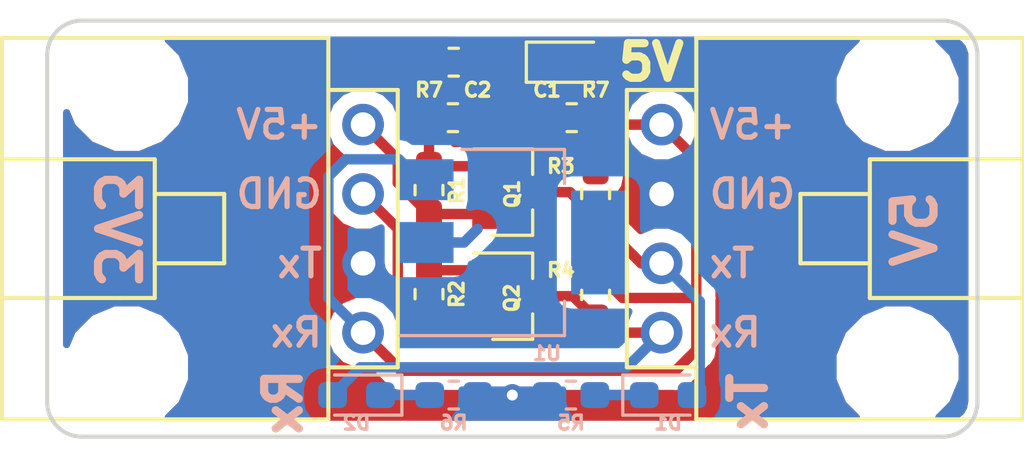
<source format=kicad_pcb>
(kicad_pcb (version 20171130) (host pcbnew "(5.0.2)-1")

  (general
    (thickness 1.6)
    (drawings 21)
    (tracks 55)
    (zones 0)
    (modules 17)
    (nets 11)
  )

  (page A4)
  (layers
    (0 F.Cu signal)
    (31 B.Cu signal)
    (32 B.Adhes user)
    (33 F.Adhes user)
    (34 B.Paste user)
    (35 F.Paste user)
    (36 B.SilkS user)
    (37 F.SilkS user)
    (38 B.Mask user)
    (39 F.Mask user)
    (40 Dwgs.User user)
    (41 Cmts.User user)
    (42 Eco1.User user)
    (43 Eco2.User user)
    (44 Edge.Cuts user)
    (45 Margin user)
    (46 B.CrtYd user)
    (47 F.CrtYd user)
    (48 B.Fab user)
    (49 F.Fab user)
  )

  (setup
    (last_trace_width 0.381)
    (user_trace_width 0.381)
    (trace_clearance 0.2)
    (zone_clearance 0.508)
    (zone_45_only no)
    (trace_min 0.2)
    (segment_width 0.2)
    (edge_width 0.15)
    (via_size 0.8)
    (via_drill 0.4)
    (via_min_size 0.4)
    (via_min_drill 0.3)
    (uvia_size 0.3)
    (uvia_drill 0.1)
    (uvias_allowed no)
    (uvia_min_size 0.2)
    (uvia_min_drill 0.1)
    (pcb_text_width 0.3)
    (pcb_text_size 1.5 1.5)
    (mod_edge_width 0.15)
    (mod_text_size 1 1)
    (mod_text_width 0.15)
    (pad_size 1.524 1.524)
    (pad_drill 0.762)
    (pad_to_mask_clearance 0.051)
    (solder_mask_min_width 0.25)
    (aux_axis_origin 0 0)
    (visible_elements FFFFFFFF)
    (pcbplotparams
      (layerselection 0x010fc_ffffffff)
      (usegerberextensions false)
      (usegerberattributes false)
      (usegerberadvancedattributes false)
      (creategerberjobfile false)
      (excludeedgelayer true)
      (linewidth 0.100000)
      (plotframeref false)
      (viasonmask false)
      (mode 1)
      (useauxorigin false)
      (hpglpennumber 1)
      (hpglpenspeed 20)
      (hpglpendiameter 15.000000)
      (psnegative false)
      (psa4output false)
      (plotreference true)
      (plotvalue true)
      (plotinvisibletext false)
      (padsonsilk false)
      (subtractmaskfromsilk false)
      (outputformat 1)
      (mirror false)
      (drillshape 1)
      (scaleselection 1)
      (outputdirectory ""))
  )

  (net 0 "")
  (net 1 +5V)
  (net 2 +3V3)
  (net 3 3V3_Rx)
  (net 4 3V3_Tx)
  (net 5 GND)
  (net 6 5V_Tx)
  (net 7 5V_Rx)
  (net 8 "Net-(D1-Pad1)")
  (net 9 "Net-(D2-Pad1)")
  (net 10 "Net-(D3-Pad1)")

  (net_class Default "This is the default net class."
    (clearance 0.2)
    (trace_width 0.25)
    (via_dia 0.8)
    (via_drill 0.4)
    (uvia_dia 0.3)
    (uvia_drill 0.1)
    (add_net +3V3)
    (add_net +5V)
    (add_net 3V3_Rx)
    (add_net 3V3_Tx)
    (add_net 5V_Rx)
    (add_net 5V_Tx)
    (add_net GND)
    (add_net "Net-(D1-Pad1)")
    (add_net "Net-(D2-Pad1)")
    (add_net "Net-(D3-Pad1)")
  )

  (module MRDT_Connectors:MOLEX_SL_04_Horizontal (layer F.Cu) (tedit 5DD88DC8) (tstamp 5DE5822B)
    (at 110.617 66.04 90)
    (path /5DD74829)
    (fp_text reference Conn1 (at 1.27 2.54 90) (layer F.SilkS) hide
      (effects (font (size 1 1) (thickness 0.15)))
    )
    (fp_text value Molex_SL_04 (at 3.175 2.032 90) (layer F.Fab)
      (effects (font (size 1 1) (thickness 0.15)))
    )
    (fp_line (start -1.27 1.27) (end -1.27 -1.27) (layer F.SilkS) (width 0.15))
    (fp_line (start 8.89 -1.27) (end 8.89 1.27) (layer F.SilkS) (width 0.15))
    (fp_line (start -1.27 -1.27) (end 10.795 -1.27) (layer F.SilkS) (width 0.15))
    (fp_line (start 2.54 -7.62) (end 2.54 -5.08) (layer F.SilkS) (width 0.15))
    (fp_line (start 1.27 -8.89) (end 1.27 -12.7) (layer F.SilkS) (width 0.15))
    (fp_line (start 1.27 -8.89) (end 1.27 -7.62) (layer F.SilkS) (width 0.15))
    (fp_line (start -1.27 -1.27) (end -3.175 -1.27) (layer F.SilkS) (width 0.15))
    (fp_line (start -3.175 -1.27) (end -3.175 -13.208) (layer F.SilkS) (width 0.15))
    (fp_line (start 1.27 -13.208) (end 1.27 -12.7) (layer F.SilkS) (width 0.15))
    (fp_line (start 8.89 1.27) (end -1.27 1.27) (layer F.SilkS) (width 0.15))
    (fp_line (start 10.795 -1.27) (end 10.795 -13.208) (layer F.SilkS) (width 0.15))
    (fp_line (start 6.35 -13.208) (end 6.35 -7.62) (layer F.SilkS) (width 0.15))
    (fp_line (start 5.08 -5.08) (end 2.54 -5.08) (layer F.SilkS) (width 0.15))
    (fp_line (start 5.08 -7.62) (end 5.08 -5.08) (layer F.SilkS) (width 0.15))
    (fp_line (start 1.27 -7.62) (end 6.35 -7.62) (layer F.SilkS) (width 0.15))
    (fp_line (start -3.175 -13.208) (end 10.795 -13.208) (layer F.SilkS) (width 0.15))
    (pad "" np_thru_hole circle (at 8.89 -8.636 90) (size 3.45 3.45) (drill 3.45) (layers *.Cu *.Mask))
    (pad "" np_thru_hole circle (at -1.27 -8.636 90) (size 3.45 3.45) (drill 3.45) (layers *.Cu *.Mask))
    (pad 4 thru_hole circle (at 7.62 0 90) (size 1.524 1.524) (drill 0.9) (layers *.Cu *.Mask)
      (net 3 3V3_Rx))
    (pad 3 thru_hole circle (at 5.08 0 90) (size 1.524 1.524) (drill 0.9) (layers *.Cu *.Mask)
      (net 4 3V3_Tx))
    (pad 2 thru_hole circle (at 2.54 0 90) (size 1.524 1.524) (drill 0.9) (layers *.Cu *.Mask)
      (net 5 GND))
    (pad 1 thru_hole circle (at 0 0 90) (size 1.524 1.524) (drill 0.9) (layers *.Cu *.Mask)
      (net 1 +5V))
    (model "${MRDT_KICAD_LIBRARIES}/3D Files/MRDT_Connctors/Molex_SL_04_Horizontal.stp"
      (offset (xyz 10.15999984741211 12.95399980545044 0))
      (scale (xyz 1 1 1))
      (rotate (xyz 0 0 180))
    )
  )

  (module MRDT_Connectors:MOLEX_SL_04_Horizontal (layer F.Cu) (tedit 5DD88DC8) (tstamp 5DE58245)
    (at 121.539 58.42 270)
    (path /5DD746F9)
    (fp_text reference Conn2 (at 1.27 2.54 270) (layer F.SilkS) hide
      (effects (font (size 1 1) (thickness 0.15)))
    )
    (fp_text value Molex_SL_04 (at 3.175 2.032 270) (layer F.Fab)
      (effects (font (size 1 1) (thickness 0.15)))
    )
    (fp_line (start -1.27 1.27) (end -1.27 -1.27) (layer F.SilkS) (width 0.15))
    (fp_line (start 8.89 -1.27) (end 8.89 1.27) (layer F.SilkS) (width 0.15))
    (fp_line (start -1.27 -1.27) (end 10.795 -1.27) (layer F.SilkS) (width 0.15))
    (fp_line (start 2.54 -7.62) (end 2.54 -5.08) (layer F.SilkS) (width 0.15))
    (fp_line (start 1.27 -8.89) (end 1.27 -12.7) (layer F.SilkS) (width 0.15))
    (fp_line (start 1.27 -8.89) (end 1.27 -7.62) (layer F.SilkS) (width 0.15))
    (fp_line (start -1.27 -1.27) (end -3.175 -1.27) (layer F.SilkS) (width 0.15))
    (fp_line (start -3.175 -1.27) (end -3.175 -13.208) (layer F.SilkS) (width 0.15))
    (fp_line (start 1.27 -13.208) (end 1.27 -12.7) (layer F.SilkS) (width 0.15))
    (fp_line (start 8.89 1.27) (end -1.27 1.27) (layer F.SilkS) (width 0.15))
    (fp_line (start 10.795 -1.27) (end 10.795 -13.208) (layer F.SilkS) (width 0.15))
    (fp_line (start 6.35 -13.208) (end 6.35 -7.62) (layer F.SilkS) (width 0.15))
    (fp_line (start 5.08 -5.08) (end 2.54 -5.08) (layer F.SilkS) (width 0.15))
    (fp_line (start 5.08 -7.62) (end 5.08 -5.08) (layer F.SilkS) (width 0.15))
    (fp_line (start 1.27 -7.62) (end 6.35 -7.62) (layer F.SilkS) (width 0.15))
    (fp_line (start -3.175 -13.208) (end 10.795 -13.208) (layer F.SilkS) (width 0.15))
    (pad "" np_thru_hole circle (at 8.89 -8.636 270) (size 3.45 3.45) (drill 3.45) (layers *.Cu *.Mask))
    (pad "" np_thru_hole circle (at -1.27 -8.636 270) (size 3.45 3.45) (drill 3.45) (layers *.Cu *.Mask))
    (pad 4 thru_hole circle (at 7.62 0 270) (size 1.524 1.524) (drill 0.9) (layers *.Cu *.Mask)
      (net 7 5V_Rx))
    (pad 3 thru_hole circle (at 5.08 0 270) (size 1.524 1.524) (drill 0.9) (layers *.Cu *.Mask)
      (net 6 5V_Tx))
    (pad 2 thru_hole circle (at 2.54 0 270) (size 1.524 1.524) (drill 0.9) (layers *.Cu *.Mask)
      (net 5 GND))
    (pad 1 thru_hole circle (at 0 0 270) (size 1.524 1.524) (drill 0.9) (layers *.Cu *.Mask)
      (net 1 +5V))
    (model "${MRDT_KICAD_LIBRARIES}/3D Files/MRDT_Connctors/Molex_SL_04_Horizontal.stp"
      (offset (xyz 10.15999984741211 12.95399980545044 0))
      (scale (xyz 1 1 1))
      (rotate (xyz 0 0 180))
    )
  )

  (module Capacitor_SMD:C_0603_1608Metric_Pad1.05x0.95mm_HandSolder (layer F.Cu) (tedit 5DD88CD2) (tstamp 5DE5AC27)
    (at 113.905 58.166)
    (descr "Capacitor SMD 0603 (1608 Metric), square (rectangular) end terminal, IPC_7351 nominal with elongated pad for handsoldering. (Body size source: http://www.tortai-tech.com/upload/download/2011102023233369053.pdf), generated with kicad-footprint-generator")
    (tags "capacitor handsolder")
    (path /5DD763AB)
    (attr smd)
    (fp_text reference C2 (at 0.903 -1.016) (layer F.SilkS)
      (effects (font (size 0.508 0.508) (thickness 0.127)))
    )
    (fp_text value 10u (at 0 1.43) (layer F.Fab)
      (effects (font (size 1 1) (thickness 0.15)))
    )
    (fp_line (start -0.8 0.4) (end -0.8 -0.4) (layer F.Fab) (width 0.1))
    (fp_line (start -0.8 -0.4) (end 0.8 -0.4) (layer F.Fab) (width 0.1))
    (fp_line (start 0.8 -0.4) (end 0.8 0.4) (layer F.Fab) (width 0.1))
    (fp_line (start 0.8 0.4) (end -0.8 0.4) (layer F.Fab) (width 0.1))
    (fp_line (start -0.171267 -0.51) (end 0.171267 -0.51) (layer F.SilkS) (width 0.12))
    (fp_line (start -0.171267 0.51) (end 0.171267 0.51) (layer F.SilkS) (width 0.12))
    (fp_line (start -1.65 0.73) (end -1.65 -0.73) (layer F.CrtYd) (width 0.05))
    (fp_line (start -1.65 -0.73) (end 1.65 -0.73) (layer F.CrtYd) (width 0.05))
    (fp_line (start 1.65 -0.73) (end 1.65 0.73) (layer F.CrtYd) (width 0.05))
    (fp_line (start 1.65 0.73) (end -1.65 0.73) (layer F.CrtYd) (width 0.05))
    (fp_text user %R (at 0 0) (layer F.Fab)
      (effects (font (size 0.4 0.4) (thickness 0.06)))
    )
    (pad 1 smd roundrect (at -0.875 0) (size 1.05 0.95) (layers F.Cu F.Paste F.Mask) (roundrect_rratio 0.25)
      (net 2 +3V3))
    (pad 2 smd roundrect (at 0.875 0) (size 1.05 0.95) (layers F.Cu F.Paste F.Mask) (roundrect_rratio 0.25)
      (net 5 GND))
    (model ${KISYS3DMOD}/Capacitor_SMD.3dshapes/C_0603_1608Metric.wrl
      (at (xyz 0 0 0))
      (scale (xyz 1 1 1))
      (rotate (xyz 0 0 0))
    )
  )

  (module Capacitor_SMD:C_0603_1608Metric_Pad1.05x0.95mm_HandSolder (layer F.Cu) (tedit 5DD88CE3) (tstamp 5DE58B53)
    (at 118.251 58.166 180)
    (descr "Capacitor SMD 0603 (1608 Metric), square (rectangular) end terminal, IPC_7351 nominal with elongated pad for handsoldering. (Body size source: http://www.tortai-tech.com/upload/download/2011102023233369053.pdf), generated with kicad-footprint-generator")
    (tags "capacitor handsolder")
    (path /5DD76572)
    (attr smd)
    (fp_text reference C1 (at 0.903 1.016 180) (layer F.SilkS)
      (effects (font (size 0.508 0.508) (thickness 0.127)))
    )
    (fp_text value 10u (at 0 1.43 180) (layer F.Fab)
      (effects (font (size 1 1) (thickness 0.15)))
    )
    (fp_text user %R (at 0 0 180) (layer F.Fab)
      (effects (font (size 0.4 0.4) (thickness 0.06)))
    )
    (fp_line (start 1.65 0.73) (end -1.65 0.73) (layer F.CrtYd) (width 0.05))
    (fp_line (start 1.65 -0.73) (end 1.65 0.73) (layer F.CrtYd) (width 0.05))
    (fp_line (start -1.65 -0.73) (end 1.65 -0.73) (layer F.CrtYd) (width 0.05))
    (fp_line (start -1.65 0.73) (end -1.65 -0.73) (layer F.CrtYd) (width 0.05))
    (fp_line (start -0.171267 0.51) (end 0.171267 0.51) (layer F.SilkS) (width 0.12))
    (fp_line (start -0.171267 -0.51) (end 0.171267 -0.51) (layer F.SilkS) (width 0.12))
    (fp_line (start 0.8 0.4) (end -0.8 0.4) (layer F.Fab) (width 0.1))
    (fp_line (start 0.8 -0.4) (end 0.8 0.4) (layer F.Fab) (width 0.1))
    (fp_line (start -0.8 -0.4) (end 0.8 -0.4) (layer F.Fab) (width 0.1))
    (fp_line (start -0.8 0.4) (end -0.8 -0.4) (layer F.Fab) (width 0.1))
    (pad 2 smd roundrect (at 0.875 0 180) (size 1.05 0.95) (layers F.Cu F.Paste F.Mask) (roundrect_rratio 0.25)
      (net 5 GND))
    (pad 1 smd roundrect (at -0.875 0 180) (size 1.05 0.95) (layers F.Cu F.Paste F.Mask) (roundrect_rratio 0.25)
      (net 1 +5V))
    (model ${KISYS3DMOD}/Capacitor_SMD.3dshapes/C_0603_1608Metric.wrl
      (at (xyz 0 0 0))
      (scale (xyz 1 1 1))
      (rotate (xyz 0 0 0))
    )
  )

  (module Package_TO_SOT_SMD:SOT-23 (layer F.Cu) (tedit 5DD88C72) (tstamp 5DE5825A)
    (at 116.062 60.894)
    (descr "SOT-23, Standard")
    (tags SOT-23)
    (path /5DD75BF6)
    (attr smd)
    (fp_text reference Q1 (at 0.016 0.066 90) (layer F.SilkS)
      (effects (font (size 0.508 0.508) (thickness 0.127)))
    )
    (fp_text value BSS138 (at 0 2.5) (layer F.Fab)
      (effects (font (size 1 1) (thickness 0.15)))
    )
    (fp_line (start 0.76 1.58) (end -0.7 1.58) (layer F.SilkS) (width 0.12))
    (fp_line (start 0.76 -1.58) (end -1.4 -1.58) (layer F.SilkS) (width 0.12))
    (fp_line (start -1.7 1.75) (end -1.7 -1.75) (layer F.CrtYd) (width 0.05))
    (fp_line (start 1.7 1.75) (end -1.7 1.75) (layer F.CrtYd) (width 0.05))
    (fp_line (start 1.7 -1.75) (end 1.7 1.75) (layer F.CrtYd) (width 0.05))
    (fp_line (start -1.7 -1.75) (end 1.7 -1.75) (layer F.CrtYd) (width 0.05))
    (fp_line (start 0.76 -1.58) (end 0.76 -0.65) (layer F.SilkS) (width 0.12))
    (fp_line (start 0.76 1.58) (end 0.76 0.65) (layer F.SilkS) (width 0.12))
    (fp_line (start -0.7 1.52) (end 0.7 1.52) (layer F.Fab) (width 0.1))
    (fp_line (start 0.7 -1.52) (end 0.7 1.52) (layer F.Fab) (width 0.1))
    (fp_line (start -0.7 -0.95) (end -0.15 -1.52) (layer F.Fab) (width 0.1))
    (fp_line (start -0.15 -1.52) (end 0.7 -1.52) (layer F.Fab) (width 0.1))
    (fp_line (start -0.7 -0.95) (end -0.7 1.5) (layer F.Fab) (width 0.1))
    (fp_text user %R (at 0 0 90) (layer F.Fab)
      (effects (font (size 0.5 0.5) (thickness 0.075)))
    )
    (pad 3 smd rect (at 1 0) (size 0.9 0.8) (layers F.Cu F.Paste F.Mask)
      (net 6 5V_Tx))
    (pad 2 smd rect (at -1 0.95) (size 0.9 0.8) (layers F.Cu F.Paste F.Mask)
      (net 3 3V3_Rx))
    (pad 1 smd rect (at -1 -0.95) (size 0.9 0.8) (layers F.Cu F.Paste F.Mask)
      (net 2 +3V3))
    (model ${KISYS3DMOD}/Package_TO_SOT_SMD.3dshapes/SOT-23.wrl
      (at (xyz 0 0 0))
      (scale (xyz 1 1 1))
      (rotate (xyz 0 0 0))
    )
  )

  (module Package_TO_SOT_SMD:SOT-23 (layer F.Cu) (tedit 5DD88C55) (tstamp 5DE5826F)
    (at 116.062 64.704)
    (descr "SOT-23, Standard")
    (tags SOT-23)
    (path /5DD74BCD)
    (attr smd)
    (fp_text reference Q2 (at 0 0.066 90) (layer F.SilkS)
      (effects (font (size 0.508 0.508) (thickness 0.127)))
    )
    (fp_text value BSS138 (at 0 2.5) (layer F.Fab)
      (effects (font (size 1 1) (thickness 0.15)))
    )
    (fp_text user %R (at 0 0 90) (layer F.Fab)
      (effects (font (size 0.5 0.5) (thickness 0.075)))
    )
    (fp_line (start -0.7 -0.95) (end -0.7 1.5) (layer F.Fab) (width 0.1))
    (fp_line (start -0.15 -1.52) (end 0.7 -1.52) (layer F.Fab) (width 0.1))
    (fp_line (start -0.7 -0.95) (end -0.15 -1.52) (layer F.Fab) (width 0.1))
    (fp_line (start 0.7 -1.52) (end 0.7 1.52) (layer F.Fab) (width 0.1))
    (fp_line (start -0.7 1.52) (end 0.7 1.52) (layer F.Fab) (width 0.1))
    (fp_line (start 0.76 1.58) (end 0.76 0.65) (layer F.SilkS) (width 0.12))
    (fp_line (start 0.76 -1.58) (end 0.76 -0.65) (layer F.SilkS) (width 0.12))
    (fp_line (start -1.7 -1.75) (end 1.7 -1.75) (layer F.CrtYd) (width 0.05))
    (fp_line (start 1.7 -1.75) (end 1.7 1.75) (layer F.CrtYd) (width 0.05))
    (fp_line (start 1.7 1.75) (end -1.7 1.75) (layer F.CrtYd) (width 0.05))
    (fp_line (start -1.7 1.75) (end -1.7 -1.75) (layer F.CrtYd) (width 0.05))
    (fp_line (start 0.76 -1.58) (end -1.4 -1.58) (layer F.SilkS) (width 0.12))
    (fp_line (start 0.76 1.58) (end -0.7 1.58) (layer F.SilkS) (width 0.12))
    (pad 1 smd rect (at -1 -0.95) (size 0.9 0.8) (layers F.Cu F.Paste F.Mask)
      (net 2 +3V3))
    (pad 2 smd rect (at -1 0.95) (size 0.9 0.8) (layers F.Cu F.Paste F.Mask)
      (net 4 3V3_Tx))
    (pad 3 smd rect (at 1 0) (size 0.9 0.8) (layers F.Cu F.Paste F.Mask)
      (net 7 5V_Rx))
    (model ${KISYS3DMOD}/Package_TO_SOT_SMD.3dshapes/SOT-23.wrl
      (at (xyz 0 0 0))
      (scale (xyz 1 1 1))
      (rotate (xyz 0 0 0))
    )
  )

  (module Resistor_SMD:R_0603_1608Metric_Pad1.05x0.95mm_HandSolder (layer F.Cu) (tedit 5DD88D44) (tstamp 5DE58280)
    (at 113.03 60.819 270)
    (descr "Resistor SMD 0603 (1608 Metric), square (rectangular) end terminal, IPC_7351 nominal with elongated pad for handsoldering. (Body size source: http://www.tortai-tech.com/upload/download/2011102023233369053.pdf), generated with kicad-footprint-generator")
    (tags "resistor handsolder")
    (path /5DD75C02)
    (attr smd)
    (fp_text reference R1 (at 0 -1.016 270) (layer F.SilkS)
      (effects (font (size 0.508 0.508) (thickness 0.127)))
    )
    (fp_text value 10K (at 0 1.43 270) (layer F.Fab)
      (effects (font (size 1 1) (thickness 0.15)))
    )
    (fp_text user %R (at 0 0 270) (layer F.Fab)
      (effects (font (size 0.4 0.4) (thickness 0.06)))
    )
    (fp_line (start 1.65 0.73) (end -1.65 0.73) (layer F.CrtYd) (width 0.05))
    (fp_line (start 1.65 -0.73) (end 1.65 0.73) (layer F.CrtYd) (width 0.05))
    (fp_line (start -1.65 -0.73) (end 1.65 -0.73) (layer F.CrtYd) (width 0.05))
    (fp_line (start -1.65 0.73) (end -1.65 -0.73) (layer F.CrtYd) (width 0.05))
    (fp_line (start -0.171267 0.51) (end 0.171267 0.51) (layer F.SilkS) (width 0.12))
    (fp_line (start -0.171267 -0.51) (end 0.171267 -0.51) (layer F.SilkS) (width 0.12))
    (fp_line (start 0.8 0.4) (end -0.8 0.4) (layer F.Fab) (width 0.1))
    (fp_line (start 0.8 -0.4) (end 0.8 0.4) (layer F.Fab) (width 0.1))
    (fp_line (start -0.8 -0.4) (end 0.8 -0.4) (layer F.Fab) (width 0.1))
    (fp_line (start -0.8 0.4) (end -0.8 -0.4) (layer F.Fab) (width 0.1))
    (pad 2 smd roundrect (at 0.875 0 270) (size 1.05 0.95) (layers F.Cu F.Paste F.Mask) (roundrect_rratio 0.25)
      (net 3 3V3_Rx))
    (pad 1 smd roundrect (at -0.875 0 270) (size 1.05 0.95) (layers F.Cu F.Paste F.Mask) (roundrect_rratio 0.25)
      (net 2 +3V3))
    (model ${KISYS3DMOD}/Resistor_SMD.3dshapes/R_0603_1608Metric.wrl
      (at (xyz 0 0 0))
      (scale (xyz 1 1 1))
      (rotate (xyz 0 0 0))
    )
  )

  (module Resistor_SMD:R_0603_1608Metric_Pad1.05x0.95mm_HandSolder (layer F.Cu) (tedit 5DD88D4D) (tstamp 5DE58291)
    (at 113.03 64.629 270)
    (descr "Resistor SMD 0603 (1608 Metric), square (rectangular) end terminal, IPC_7351 nominal with elongated pad for handsoldering. (Body size source: http://www.tortai-tech.com/upload/download/2011102023233369053.pdf), generated with kicad-footprint-generator")
    (tags "resistor handsolder")
    (path /5DD74CEE)
    (attr smd)
    (fp_text reference R2 (at 0 -1.016 270) (layer F.SilkS)
      (effects (font (size 0.508 0.508) (thickness 0.127)))
    )
    (fp_text value 10K (at 0 1.43 270) (layer F.Fab)
      (effects (font (size 1 1) (thickness 0.15)))
    )
    (fp_text user %R (at 0 0 270) (layer F.Fab)
      (effects (font (size 0.4 0.4) (thickness 0.06)))
    )
    (fp_line (start 1.65 0.73) (end -1.65 0.73) (layer F.CrtYd) (width 0.05))
    (fp_line (start 1.65 -0.73) (end 1.65 0.73) (layer F.CrtYd) (width 0.05))
    (fp_line (start -1.65 -0.73) (end 1.65 -0.73) (layer F.CrtYd) (width 0.05))
    (fp_line (start -1.65 0.73) (end -1.65 -0.73) (layer F.CrtYd) (width 0.05))
    (fp_line (start -0.171267 0.51) (end 0.171267 0.51) (layer F.SilkS) (width 0.12))
    (fp_line (start -0.171267 -0.51) (end 0.171267 -0.51) (layer F.SilkS) (width 0.12))
    (fp_line (start 0.8 0.4) (end -0.8 0.4) (layer F.Fab) (width 0.1))
    (fp_line (start 0.8 -0.4) (end 0.8 0.4) (layer F.Fab) (width 0.1))
    (fp_line (start -0.8 -0.4) (end 0.8 -0.4) (layer F.Fab) (width 0.1))
    (fp_line (start -0.8 0.4) (end -0.8 -0.4) (layer F.Fab) (width 0.1))
    (pad 2 smd roundrect (at 0.875 0 270) (size 1.05 0.95) (layers F.Cu F.Paste F.Mask) (roundrect_rratio 0.25)
      (net 4 3V3_Tx))
    (pad 1 smd roundrect (at -0.875 0 270) (size 1.05 0.95) (layers F.Cu F.Paste F.Mask) (roundrect_rratio 0.25)
      (net 2 +3V3))
    (model ${KISYS3DMOD}/Resistor_SMD.3dshapes/R_0603_1608Metric.wrl
      (at (xyz 0 0 0))
      (scale (xyz 1 1 1))
      (rotate (xyz 0 0 0))
    )
  )

  (module Resistor_SMD:R_0603_1608Metric_Pad1.05x0.95mm_HandSolder (layer F.Cu) (tedit 5DD88C92) (tstamp 5DE582A2)
    (at 119.126 60.96 270)
    (descr "Resistor SMD 0603 (1608 Metric), square (rectangular) end terminal, IPC_7351 nominal with elongated pad for handsoldering. (Body size source: http://www.tortai-tech.com/upload/download/2011102023233369053.pdf), generated with kicad-footprint-generator")
    (tags "resistor handsolder")
    (path /5DD75BFC)
    (attr smd)
    (fp_text reference R3 (at -1.016 1.27) (layer F.SilkS)
      (effects (font (size 0.508 0.508) (thickness 0.127)))
    )
    (fp_text value 10K (at 0 1.43 270) (layer F.Fab)
      (effects (font (size 1 1) (thickness 0.15)))
    )
    (fp_line (start -0.8 0.4) (end -0.8 -0.4) (layer F.Fab) (width 0.1))
    (fp_line (start -0.8 -0.4) (end 0.8 -0.4) (layer F.Fab) (width 0.1))
    (fp_line (start 0.8 -0.4) (end 0.8 0.4) (layer F.Fab) (width 0.1))
    (fp_line (start 0.8 0.4) (end -0.8 0.4) (layer F.Fab) (width 0.1))
    (fp_line (start -0.171267 -0.51) (end 0.171267 -0.51) (layer F.SilkS) (width 0.12))
    (fp_line (start -0.171267 0.51) (end 0.171267 0.51) (layer F.SilkS) (width 0.12))
    (fp_line (start -1.65 0.73) (end -1.65 -0.73) (layer F.CrtYd) (width 0.05))
    (fp_line (start -1.65 -0.73) (end 1.65 -0.73) (layer F.CrtYd) (width 0.05))
    (fp_line (start 1.65 -0.73) (end 1.65 0.73) (layer F.CrtYd) (width 0.05))
    (fp_line (start 1.65 0.73) (end -1.65 0.73) (layer F.CrtYd) (width 0.05))
    (fp_text user %R (at 0 0 270) (layer F.Fab)
      (effects (font (size 0.4 0.4) (thickness 0.06)))
    )
    (pad 1 smd roundrect (at -0.875 0 270) (size 1.05 0.95) (layers F.Cu F.Paste F.Mask) (roundrect_rratio 0.25)
      (net 1 +5V))
    (pad 2 smd roundrect (at 0.875 0 270) (size 1.05 0.95) (layers F.Cu F.Paste F.Mask) (roundrect_rratio 0.25)
      (net 6 5V_Tx))
    (model ${KISYS3DMOD}/Resistor_SMD.3dshapes/R_0603_1608Metric.wrl
      (at (xyz 0 0 0))
      (scale (xyz 1 1 1))
      (rotate (xyz 0 0 0))
    )
  )

  (module Resistor_SMD:R_0603_1608Metric_Pad1.05x0.95mm_HandSolder (layer F.Cu) (tedit 5DD88C81) (tstamp 5DE582B3)
    (at 119.126 64.657 270)
    (descr "Resistor SMD 0603 (1608 Metric), square (rectangular) end terminal, IPC_7351 nominal with elongated pad for handsoldering. (Body size source: http://www.tortai-tech.com/upload/download/2011102023233369053.pdf), generated with kicad-footprint-generator")
    (tags "resistor handsolder")
    (path /5DD74C56)
    (attr smd)
    (fp_text reference R4 (at -0.903 1.27 180) (layer F.SilkS)
      (effects (font (size 0.508 0.508) (thickness 0.127)))
    )
    (fp_text value 10K (at 0 1.43 270) (layer F.Fab)
      (effects (font (size 1 1) (thickness 0.15)))
    )
    (fp_line (start -0.8 0.4) (end -0.8 -0.4) (layer F.Fab) (width 0.1))
    (fp_line (start -0.8 -0.4) (end 0.8 -0.4) (layer F.Fab) (width 0.1))
    (fp_line (start 0.8 -0.4) (end 0.8 0.4) (layer F.Fab) (width 0.1))
    (fp_line (start 0.8 0.4) (end -0.8 0.4) (layer F.Fab) (width 0.1))
    (fp_line (start -0.171267 -0.51) (end 0.171267 -0.51) (layer F.SilkS) (width 0.12))
    (fp_line (start -0.171267 0.51) (end 0.171267 0.51) (layer F.SilkS) (width 0.12))
    (fp_line (start -1.65 0.73) (end -1.65 -0.73) (layer F.CrtYd) (width 0.05))
    (fp_line (start -1.65 -0.73) (end 1.65 -0.73) (layer F.CrtYd) (width 0.05))
    (fp_line (start 1.65 -0.73) (end 1.65 0.73) (layer F.CrtYd) (width 0.05))
    (fp_line (start 1.65 0.73) (end -1.65 0.73) (layer F.CrtYd) (width 0.05))
    (fp_text user %R (at 0 0 270) (layer F.Fab)
      (effects (font (size 0.4 0.4) (thickness 0.06)))
    )
    (pad 1 smd roundrect (at -0.875 0 270) (size 1.05 0.95) (layers F.Cu F.Paste F.Mask) (roundrect_rratio 0.25)
      (net 1 +5V))
    (pad 2 smd roundrect (at 0.875 0 270) (size 1.05 0.95) (layers F.Cu F.Paste F.Mask) (roundrect_rratio 0.25)
      (net 7 5V_Rx))
    (model ${KISYS3DMOD}/Resistor_SMD.3dshapes/R_0603_1608Metric.wrl
      (at (xyz 0 0 0))
      (scale (xyz 1 1 1))
      (rotate (xyz 0 0 0))
    )
  )

  (module Package_TO_SOT_SMD:SOT-223 (layer B.Cu) (tedit 5DD88D21) (tstamp 5DE582C9)
    (at 116.078 62.738)
    (descr "module CMS SOT223 4 pins")
    (tags "CMS SOT")
    (path /5DD77935)
    (attr smd)
    (fp_text reference U1 (at 1.27 4.064) (layer B.SilkS)
      (effects (font (size 0.508 0.508) (thickness 0.127)) (justify mirror))
    )
    (fp_text value AZ1117-3.3 (at 0 -4.5) (layer B.Fab)
      (effects (font (size 1 1) (thickness 0.15)) (justify mirror))
    )
    (fp_text user %R (at 0 0 -90) (layer B.Fab)
      (effects (font (size 0.8 0.8) (thickness 0.12)) (justify mirror))
    )
    (fp_line (start -1.85 2.3) (end -0.8 3.35) (layer B.Fab) (width 0.1))
    (fp_line (start 1.91 -3.41) (end 1.91 -2.15) (layer B.SilkS) (width 0.12))
    (fp_line (start 1.91 3.41) (end 1.91 2.15) (layer B.SilkS) (width 0.12))
    (fp_line (start 4.4 3.6) (end -4.4 3.6) (layer B.CrtYd) (width 0.05))
    (fp_line (start 4.4 -3.6) (end 4.4 3.6) (layer B.CrtYd) (width 0.05))
    (fp_line (start -4.4 -3.6) (end 4.4 -3.6) (layer B.CrtYd) (width 0.05))
    (fp_line (start -4.4 3.6) (end -4.4 -3.6) (layer B.CrtYd) (width 0.05))
    (fp_line (start -1.85 2.3) (end -1.85 -3.35) (layer B.Fab) (width 0.1))
    (fp_line (start -1.85 -3.41) (end 1.91 -3.41) (layer B.SilkS) (width 0.12))
    (fp_line (start -0.8 3.35) (end 1.85 3.35) (layer B.Fab) (width 0.1))
    (fp_line (start -4.1 3.41) (end 1.91 3.41) (layer B.SilkS) (width 0.12))
    (fp_line (start -1.85 -3.35) (end 1.85 -3.35) (layer B.Fab) (width 0.1))
    (fp_line (start 1.85 3.35) (end 1.85 -3.35) (layer B.Fab) (width 0.1))
    (pad 4 smd rect (at 3.15 0) (size 2 3.8) (layers B.Cu B.Paste B.Mask))
    (pad 2 smd rect (at -3.15 0) (size 2 1.5) (layers B.Cu B.Paste B.Mask)
      (net 2 +3V3))
    (pad 3 smd rect (at -3.15 -2.3) (size 2 1.5) (layers B.Cu B.Paste B.Mask)
      (net 1 +5V))
    (pad 1 smd rect (at -3.15 2.3) (size 2 1.5) (layers B.Cu B.Paste B.Mask)
      (net 5 GND))
    (model ${KISYS3DMOD}/Package_TO_SOT_SMD.3dshapes/SOT-223.wrl
      (at (xyz 0 0 0))
      (scale (xyz 1 1 1))
      (rotate (xyz 0 0 0))
    )
  )

  (module LED_SMD:LED_0603_1608Metric_Pad1.05x0.95mm_HandSolder (layer B.Cu) (tedit 5DD88D17) (tstamp 5DE5A102)
    (at 121.779 68.326)
    (descr "LED SMD 0603 (1608 Metric), square (rectangular) end terminal, IPC_7351 nominal, (Body size source: http://www.tortai-tech.com/upload/download/2011102023233369053.pdf), generated with kicad-footprint-generator")
    (tags "LED handsolder")
    (path /5DD88FF8)
    (attr smd)
    (fp_text reference D1 (at 0 1.016) (layer B.SilkS)
      (effects (font (size 0.508 0.508) (thickness 0.127)) (justify mirror))
    )
    (fp_text value LED (at 0 -1.43) (layer B.Fab)
      (effects (font (size 1 1) (thickness 0.15)) (justify mirror))
    )
    (fp_line (start 0.8 0.4) (end -0.5 0.4) (layer B.Fab) (width 0.1))
    (fp_line (start -0.5 0.4) (end -0.8 0.1) (layer B.Fab) (width 0.1))
    (fp_line (start -0.8 0.1) (end -0.8 -0.4) (layer B.Fab) (width 0.1))
    (fp_line (start -0.8 -0.4) (end 0.8 -0.4) (layer B.Fab) (width 0.1))
    (fp_line (start 0.8 -0.4) (end 0.8 0.4) (layer B.Fab) (width 0.1))
    (fp_line (start 0.8 0.735) (end -1.66 0.735) (layer B.SilkS) (width 0.12))
    (fp_line (start -1.66 0.735) (end -1.66 -0.735) (layer B.SilkS) (width 0.12))
    (fp_line (start -1.66 -0.735) (end 0.8 -0.735) (layer B.SilkS) (width 0.12))
    (fp_line (start -1.65 -0.73) (end -1.65 0.73) (layer B.CrtYd) (width 0.05))
    (fp_line (start -1.65 0.73) (end 1.65 0.73) (layer B.CrtYd) (width 0.05))
    (fp_line (start 1.65 0.73) (end 1.65 -0.73) (layer B.CrtYd) (width 0.05))
    (fp_line (start 1.65 -0.73) (end -1.65 -0.73) (layer B.CrtYd) (width 0.05))
    (fp_text user %R (at 0 0) (layer B.Fab)
      (effects (font (size 0.4 0.4) (thickness 0.06)) (justify mirror))
    )
    (pad 1 smd roundrect (at -0.875 0) (size 1.05 0.95) (layers B.Cu B.Paste B.Mask) (roundrect_rratio 0.25)
      (net 8 "Net-(D1-Pad1)"))
    (pad 2 smd roundrect (at 0.875 0) (size 1.05 0.95) (layers B.Cu B.Paste B.Mask) (roundrect_rratio 0.25)
      (net 6 5V_Tx))
    (model ${KISYS3DMOD}/LED_SMD.3dshapes/LED_0603_1608Metric.wrl
      (at (xyz 0 0 0))
      (scale (xyz 1 1 1))
      (rotate (xyz 0 0 0))
    )
  )

  (module LED_SMD:LED_0603_1608Metric_Pad1.05x0.95mm_HandSolder (layer B.Cu) (tedit 5DD88D05) (tstamp 5DE59BB2)
    (at 110.377 68.326 180)
    (descr "LED SMD 0603 (1608 Metric), square (rectangular) end terminal, IPC_7351 nominal, (Body size source: http://www.tortai-tech.com/upload/download/2011102023233369053.pdf), generated with kicad-footprint-generator")
    (tags "LED handsolder")
    (path /5DD8AEBF)
    (attr smd)
    (fp_text reference D2 (at 0 -1.016 180) (layer B.SilkS)
      (effects (font (size 0.508 0.508) (thickness 0.127)) (justify mirror))
    )
    (fp_text value LED (at 0 -1.43 180) (layer B.Fab)
      (effects (font (size 1 1) (thickness 0.15)) (justify mirror))
    )
    (fp_text user %R (at 0 0 180) (layer B.Fab)
      (effects (font (size 0.4 0.4) (thickness 0.06)) (justify mirror))
    )
    (fp_line (start 1.65 -0.73) (end -1.65 -0.73) (layer B.CrtYd) (width 0.05))
    (fp_line (start 1.65 0.73) (end 1.65 -0.73) (layer B.CrtYd) (width 0.05))
    (fp_line (start -1.65 0.73) (end 1.65 0.73) (layer B.CrtYd) (width 0.05))
    (fp_line (start -1.65 -0.73) (end -1.65 0.73) (layer B.CrtYd) (width 0.05))
    (fp_line (start -1.66 -0.735) (end 0.8 -0.735) (layer B.SilkS) (width 0.12))
    (fp_line (start -1.66 0.735) (end -1.66 -0.735) (layer B.SilkS) (width 0.12))
    (fp_line (start 0.8 0.735) (end -1.66 0.735) (layer B.SilkS) (width 0.12))
    (fp_line (start 0.8 -0.4) (end 0.8 0.4) (layer B.Fab) (width 0.1))
    (fp_line (start -0.8 -0.4) (end 0.8 -0.4) (layer B.Fab) (width 0.1))
    (fp_line (start -0.8 0.1) (end -0.8 -0.4) (layer B.Fab) (width 0.1))
    (fp_line (start -0.5 0.4) (end -0.8 0.1) (layer B.Fab) (width 0.1))
    (fp_line (start 0.8 0.4) (end -0.5 0.4) (layer B.Fab) (width 0.1))
    (pad 2 smd roundrect (at 0.875 0 180) (size 1.05 0.95) (layers B.Cu B.Paste B.Mask) (roundrect_rratio 0.25)
      (net 7 5V_Rx))
    (pad 1 smd roundrect (at -0.875 0 180) (size 1.05 0.95) (layers B.Cu B.Paste B.Mask) (roundrect_rratio 0.25)
      (net 9 "Net-(D2-Pad1)"))
    (model ${KISYS3DMOD}/LED_SMD.3dshapes/LED_0603_1608Metric.wrl
      (at (xyz 0 0 0))
      (scale (xyz 1 1 1))
      (rotate (xyz 0 0 0))
    )
  )

  (module LED_SMD:LED_0603_1608Metric_Pad1.05x0.95mm_HandSolder (layer F.Cu) (tedit 5DD88CAD) (tstamp 5DE59BC5)
    (at 118.251 56.134)
    (descr "LED SMD 0603 (1608 Metric), square (rectangular) end terminal, IPC_7351 nominal, (Body size source: http://www.tortai-tech.com/upload/download/2011102023233369053.pdf), generated with kicad-footprint-generator")
    (tags "LED handsolder")
    (path /5DD8BBC6)
    (attr smd)
    (fp_text reference R7 (at 0.875 1.016) (layer F.SilkS)
      (effects (font (size 0.508 0.508) (thickness 0.127)))
    )
    (fp_text value LED (at -0.395 0.508) (layer F.Fab)
      (effects (font (size 1 1) (thickness 0.15)))
    )
    (fp_line (start 0.8 -0.4) (end -0.5 -0.4) (layer F.Fab) (width 0.1))
    (fp_line (start -0.5 -0.4) (end -0.8 -0.1) (layer F.Fab) (width 0.1))
    (fp_line (start -0.8 -0.1) (end -0.8 0.4) (layer F.Fab) (width 0.1))
    (fp_line (start -0.8 0.4) (end 0.8 0.4) (layer F.Fab) (width 0.1))
    (fp_line (start 0.8 0.4) (end 0.8 -0.4) (layer F.Fab) (width 0.1))
    (fp_line (start 0.8 -0.735) (end -1.66 -0.735) (layer F.SilkS) (width 0.12))
    (fp_line (start -1.66 -0.735) (end -1.66 0.735) (layer F.SilkS) (width 0.12))
    (fp_line (start -1.66 0.735) (end 0.8 0.735) (layer F.SilkS) (width 0.12))
    (fp_line (start -1.65 0.73) (end -1.65 -0.73) (layer F.CrtYd) (width 0.05))
    (fp_line (start -1.65 -0.73) (end 1.65 -0.73) (layer F.CrtYd) (width 0.05))
    (fp_line (start 1.65 -0.73) (end 1.65 0.73) (layer F.CrtYd) (width 0.05))
    (fp_line (start 1.65 0.73) (end -1.65 0.73) (layer F.CrtYd) (width 0.05))
    (fp_text user %R (at 0 0) (layer F.Fab)
      (effects (font (size 0.4 0.4) (thickness 0.06)))
    )
    (pad 1 smd roundrect (at -0.875 0) (size 1.05 0.95) (layers F.Cu F.Paste F.Mask) (roundrect_rratio 0.25)
      (net 10 "Net-(D3-Pad1)"))
    (pad 2 smd roundrect (at 0.875 0) (size 1.05 0.95) (layers F.Cu F.Paste F.Mask) (roundrect_rratio 0.25)
      (net 1 +5V))
    (model ${KISYS3DMOD}/LED_SMD.3dshapes/LED_0603_1608Metric.wrl
      (at (xyz 0 0 0))
      (scale (xyz 1 1 1))
      (rotate (xyz 0 0 0))
    )
  )

  (module Resistor_SMD:R_0603_1608Metric_Pad1.05x0.95mm_HandSolder (layer B.Cu) (tedit 5DD88D11) (tstamp 5DE59BD6)
    (at 118.223 68.326 180)
    (descr "Resistor SMD 0603 (1608 Metric), square (rectangular) end terminal, IPC_7351 nominal with elongated pad for handsoldering. (Body size source: http://www.tortai-tech.com/upload/download/2011102023233369053.pdf), generated with kicad-footprint-generator")
    (tags "resistor handsolder")
    (path /5DD88EF8)
    (attr smd)
    (fp_text reference R5 (at 0 -1.016 180) (layer B.SilkS)
      (effects (font (size 0.508 0.508) (thickness 0.127)) (justify mirror))
    )
    (fp_text value 500 (at 0 -1.43 180) (layer B.Fab)
      (effects (font (size 1 1) (thickness 0.15)) (justify mirror))
    )
    (fp_text user %R (at 0 0 180) (layer B.Fab)
      (effects (font (size 0.4 0.4) (thickness 0.06)) (justify mirror))
    )
    (fp_line (start 1.65 -0.73) (end -1.65 -0.73) (layer B.CrtYd) (width 0.05))
    (fp_line (start 1.65 0.73) (end 1.65 -0.73) (layer B.CrtYd) (width 0.05))
    (fp_line (start -1.65 0.73) (end 1.65 0.73) (layer B.CrtYd) (width 0.05))
    (fp_line (start -1.65 -0.73) (end -1.65 0.73) (layer B.CrtYd) (width 0.05))
    (fp_line (start -0.171267 -0.51) (end 0.171267 -0.51) (layer B.SilkS) (width 0.12))
    (fp_line (start -0.171267 0.51) (end 0.171267 0.51) (layer B.SilkS) (width 0.12))
    (fp_line (start 0.8 -0.4) (end -0.8 -0.4) (layer B.Fab) (width 0.1))
    (fp_line (start 0.8 0.4) (end 0.8 -0.4) (layer B.Fab) (width 0.1))
    (fp_line (start -0.8 0.4) (end 0.8 0.4) (layer B.Fab) (width 0.1))
    (fp_line (start -0.8 -0.4) (end -0.8 0.4) (layer B.Fab) (width 0.1))
    (pad 2 smd roundrect (at 0.875 0 180) (size 1.05 0.95) (layers B.Cu B.Paste B.Mask) (roundrect_rratio 0.25)
      (net 5 GND))
    (pad 1 smd roundrect (at -0.875 0 180) (size 1.05 0.95) (layers B.Cu B.Paste B.Mask) (roundrect_rratio 0.25)
      (net 8 "Net-(D1-Pad1)"))
    (model ${KISYS3DMOD}/Resistor_SMD.3dshapes/R_0603_1608Metric.wrl
      (at (xyz 0 0 0))
      (scale (xyz 1 1 1))
      (rotate (xyz 0 0 0))
    )
  )

  (module Resistor_SMD:R_0603_1608Metric_Pad1.05x0.95mm_HandSolder (layer B.Cu) (tedit 5DD88CFC) (tstamp 5DE59BE7)
    (at 113.933 68.326)
    (descr "Resistor SMD 0603 (1608 Metric), square (rectangular) end terminal, IPC_7351 nominal with elongated pad for handsoldering. (Body size source: http://www.tortai-tech.com/upload/download/2011102023233369053.pdf), generated with kicad-footprint-generator")
    (tags "resistor handsolder")
    (path /5DD8AEB9)
    (attr smd)
    (fp_text reference R6 (at 0 1.016) (layer B.SilkS)
      (effects (font (size 0.508 0.508) (thickness 0.127)) (justify mirror))
    )
    (fp_text value 500 (at 0 -1.43) (layer B.Fab)
      (effects (font (size 1 1) (thickness 0.15)) (justify mirror))
    )
    (fp_line (start -0.8 -0.4) (end -0.8 0.4) (layer B.Fab) (width 0.1))
    (fp_line (start -0.8 0.4) (end 0.8 0.4) (layer B.Fab) (width 0.1))
    (fp_line (start 0.8 0.4) (end 0.8 -0.4) (layer B.Fab) (width 0.1))
    (fp_line (start 0.8 -0.4) (end -0.8 -0.4) (layer B.Fab) (width 0.1))
    (fp_line (start -0.171267 0.51) (end 0.171267 0.51) (layer B.SilkS) (width 0.12))
    (fp_line (start -0.171267 -0.51) (end 0.171267 -0.51) (layer B.SilkS) (width 0.12))
    (fp_line (start -1.65 -0.73) (end -1.65 0.73) (layer B.CrtYd) (width 0.05))
    (fp_line (start -1.65 0.73) (end 1.65 0.73) (layer B.CrtYd) (width 0.05))
    (fp_line (start 1.65 0.73) (end 1.65 -0.73) (layer B.CrtYd) (width 0.05))
    (fp_line (start 1.65 -0.73) (end -1.65 -0.73) (layer B.CrtYd) (width 0.05))
    (fp_text user %R (at 0 0) (layer B.Fab)
      (effects (font (size 0.4 0.4) (thickness 0.06)) (justify mirror))
    )
    (pad 1 smd roundrect (at -0.875 0) (size 1.05 0.95) (layers B.Cu B.Paste B.Mask) (roundrect_rratio 0.25)
      (net 9 "Net-(D2-Pad1)"))
    (pad 2 smd roundrect (at 0.875 0) (size 1.05 0.95) (layers B.Cu B.Paste B.Mask) (roundrect_rratio 0.25)
      (net 5 GND))
    (model ${KISYS3DMOD}/Resistor_SMD.3dshapes/R_0603_1608Metric.wrl
      (at (xyz 0 0 0))
      (scale (xyz 1 1 1))
      (rotate (xyz 0 0 0))
    )
  )

  (module Resistor_SMD:R_0603_1608Metric_Pad1.05x0.95mm_HandSolder (layer F.Cu) (tedit 5DD88CC7) (tstamp 5DE59BF8)
    (at 113.933 56.134 180)
    (descr "Resistor SMD 0603 (1608 Metric), square (rectangular) end terminal, IPC_7351 nominal with elongated pad for handsoldering. (Body size source: http://www.tortai-tech.com/upload/download/2011102023233369053.pdf), generated with kicad-footprint-generator")
    (tags "resistor handsolder")
    (path /5DD8BBC0)
    (attr smd)
    (fp_text reference R7 (at 0.903 -1.016 180) (layer F.SilkS)
      (effects (font (size 0.508 0.508) (thickness 0.127)))
    )
    (fp_text value 500 (at 0 1.43 180) (layer F.Fab)
      (effects (font (size 1 1) (thickness 0.15)))
    )
    (fp_line (start -0.8 0.4) (end -0.8 -0.4) (layer F.Fab) (width 0.1))
    (fp_line (start -0.8 -0.4) (end 0.8 -0.4) (layer F.Fab) (width 0.1))
    (fp_line (start 0.8 -0.4) (end 0.8 0.4) (layer F.Fab) (width 0.1))
    (fp_line (start 0.8 0.4) (end -0.8 0.4) (layer F.Fab) (width 0.1))
    (fp_line (start -0.171267 -0.51) (end 0.171267 -0.51) (layer F.SilkS) (width 0.12))
    (fp_line (start -0.171267 0.51) (end 0.171267 0.51) (layer F.SilkS) (width 0.12))
    (fp_line (start -1.65 0.73) (end -1.65 -0.73) (layer F.CrtYd) (width 0.05))
    (fp_line (start -1.65 -0.73) (end 1.65 -0.73) (layer F.CrtYd) (width 0.05))
    (fp_line (start 1.65 -0.73) (end 1.65 0.73) (layer F.CrtYd) (width 0.05))
    (fp_line (start 1.65 0.73) (end -1.65 0.73) (layer F.CrtYd) (width 0.05))
    (fp_text user %R (at 0 0 180) (layer F.Fab)
      (effects (font (size 0.4 0.4) (thickness 0.06)))
    )
    (pad 1 smd roundrect (at -0.875 0 180) (size 1.05 0.95) (layers F.Cu F.Paste F.Mask) (roundrect_rratio 0.25)
      (net 10 "Net-(D3-Pad1)"))
    (pad 2 smd roundrect (at 0.875 0 180) (size 1.05 0.95) (layers F.Cu F.Paste F.Mask) (roundrect_rratio 0.25)
      (net 5 GND))
    (model ${KISYS3DMOD}/Resistor_SMD.3dshapes/R_0603_1608Metric.wrl
      (at (xyz 0 0 0))
      (scale (xyz 1 1 1))
      (rotate (xyz 0 0 0))
    )
  )

  (gr_text 5V (at 121.158 56.134) (layer F.SilkS)
    (effects (font (size 1.27 1.27) (thickness 0.3)))
  )
  (gr_text Rx (at 107.696 68.58 90) (layer B.SilkS) (tstamp 5DE5B365)
    (effects (font (size 1.27 1.27) (thickness 0.3)) (justify mirror))
  )
  (gr_text Tx (at 124.714 68.58 90) (layer B.SilkS)
    (effects (font (size 1.27 1.27) (thickness 0.3)) (justify mirror))
  )
  (gr_text 5V (at 130.81 62.23 90) (layer B.SilkS) (tstamp 5DE5A979)
    (effects (font (size 1.5 1.5) (thickness 0.3)) (justify mirror))
  )
  (gr_text 3V3 (at 101.6 62.23 270) (layer B.SilkS)
    (effects (font (size 1.5 1.5) (thickness 0.3)) (justify mirror))
  )
  (gr_text +5V (at 109.22 58.42) (layer B.SilkS) (tstamp 5DE5A95B)
    (effects (font (size 1.016 1.016) (thickness 0.1905)) (justify left mirror))
  )
  (gr_text Tx (at 109.22 63.5) (layer B.SilkS) (tstamp 5DE5A95A)
    (effects (font (size 1.016 1.016) (thickness 0.1905)) (justify left mirror))
  )
  (gr_text GND (at 109.22 60.96) (layer B.SilkS) (tstamp 5DE5A959)
    (effects (font (size 1.016 1.016) (thickness 0.1905)) (justify left mirror))
  )
  (gr_text Rx (at 109.22 66.04) (layer B.SilkS) (tstamp 5DE5A958)
    (effects (font (size 1.016 1.016) (thickness 0.1905)) (justify left mirror))
  )
  (gr_text Rx (at 123.19 66.04) (layer B.SilkS) (tstamp 5DE5A7A1)
    (effects (font (size 1.016 1.016) (thickness 0.1905)) (justify right mirror))
  )
  (gr_text Tx (at 123.19 63.5) (layer B.SilkS) (tstamp 5DE5A79F)
    (effects (font (size 1.016 1.016) (thickness 0.1905)) (justify right mirror))
  )
  (gr_text GND (at 123.19 60.96) (layer B.SilkS) (tstamp 5DE5A79D)
    (effects (font (size 1.016 1.016) (thickness 0.1905)) (justify right mirror))
  )
  (gr_text +5V (at 123.19 58.42) (layer B.SilkS) (tstamp 5DE5A946)
    (effects (font (size 1.016 1.016) (thickness 0.1905)) (justify right mirror))
  )
  (gr_arc (start 131.826 68.58) (end 131.826 69.85) (angle -90) (layer Edge.Cuts) (width 0.15) (tstamp 5DE5A757))
  (gr_arc (start 131.826 55.88) (end 133.096 55.88) (angle -90) (layer Edge.Cuts) (width 0.15) (tstamp 5DE5A752))
  (gr_arc (start 100.33 55.88) (end 100.33 54.61) (angle -90) (layer Edge.Cuts) (width 0.15))
  (gr_arc (start 100.33 68.58) (end 99.06 68.58) (angle -90) (layer Edge.Cuts) (width 0.15) (tstamp 5DE5A703))
  (gr_line (start 100.33 54.61) (end 131.826 54.61) (layer Edge.Cuts) (width 0.15))
  (gr_line (start 99.06 68.58) (end 99.06 55.88) (layer Edge.Cuts) (width 0.15))
  (gr_line (start 131.826 69.85) (end 100.33 69.85) (layer Edge.Cuts) (width 0.15))
  (gr_line (start 133.096 55.88) (end 133.096 68.58) (layer Edge.Cuts) (width 0.15))

  (segment (start 119.126 58.166) (end 119.126 60.085) (width 0.381) (layer F.Cu) (net 1))
  (segment (start 119.38 58.42) (end 119.126 58.166) (width 0.381) (layer F.Cu) (net 1))
  (segment (start 121.539 58.42) (end 119.38 58.42) (width 0.381) (layer F.Cu) (net 1))
  (segment (start 112.678 60.438) (end 111.93 59.69) (width 0.381) (layer B.Cu) (net 1))
  (segment (start 112.928 60.438) (end 112.678 60.438) (width 0.381) (layer B.Cu) (net 1))
  (segment (start 111.93 59.69) (end 109.982 59.69) (width 0.381) (layer B.Cu) (net 1))
  (segment (start 109.982 59.69) (end 109.347 60.325) (width 0.381) (layer B.Cu) (net 1))
  (segment (start 109.347 64.77) (end 110.617 66.04) (width 0.381) (layer B.Cu) (net 1))
  (segment (start 109.347 60.325) (end 109.347 64.77) (width 0.381) (layer B.Cu) (net 1))
  (segment (start 110.617 66.04) (end 112.014 67.437) (width 0.381) (layer F.Cu) (net 1))
  (segment (start 112.014 67.437) (end 122.047 67.437) (width 0.381) (layer F.Cu) (net 1))
  (segment (start 122.047 67.437) (end 122.809 66.675) (width 0.381) (layer F.Cu) (net 1))
  (segment (start 122.809 59.69) (end 121.539 58.42) (width 0.381) (layer F.Cu) (net 1))
  (segment (start 120.114 64.77) (end 119.126 63.782) (width 0.381) (layer F.Cu) (net 1))
  (segment (start 122.809 64.77) (end 120.114 64.77) (width 0.381) (layer F.Cu) (net 1))
  (segment (start 122.809 64.77) (end 122.809 59.69) (width 0.381) (layer F.Cu) (net 1))
  (segment (start 122.809 66.675) (end 122.809 64.77) (width 0.381) (layer F.Cu) (net 1))
  (segment (start 119.126 56.134) (end 119.126 58.166) (width 0.381) (layer F.Cu) (net 1))
  (segment (start 113.03 59.944) (end 115.062 59.944) (width 0.381) (layer F.Cu) (net 2))
  (segment (start 113.03 63.754) (end 115.062 63.754) (width 0.381) (layer F.Cu) (net 2))
  (segment (start 113.03 58.166) (end 113.03 59.944) (width 0.381) (layer F.Cu) (net 2))
  (segment (start 115.112 59.944) (end 115.062 59.944) (width 0.381) (layer F.Cu) (net 2))
  (segment (start 115.902501 60.734501) (end 115.112 59.944) (width 0.381) (layer F.Cu) (net 2))
  (segment (start 115.902501 62.913499) (end 115.902501 60.734501) (width 0.381) (layer F.Cu) (net 2))
  (segment (start 115.062 63.754) (end 115.902501 62.913499) (width 0.381) (layer F.Cu) (net 2))
  (segment (start 114.309 62.738) (end 114.808 62.239) (width 0.381) (layer B.Cu) (net 2))
  (segment (start 112.928 62.738) (end 114.309 62.738) (width 0.381) (layer B.Cu) (net 2))
  (segment (start 114.912 61.694) (end 115.062 61.844) (width 0.381) (layer F.Cu) (net 3))
  (segment (start 113.03 61.694) (end 114.912 61.694) (width 0.381) (layer F.Cu) (net 3))
  (segment (start 111.887 60.551) (end 113.03 61.694) (width 0.381) (layer F.Cu) (net 3))
  (segment (start 110.617 58.42) (end 111.887 59.69) (width 0.381) (layer F.Cu) (net 3))
  (segment (start 111.887 59.69) (end 111.887 60.551) (width 0.381) (layer F.Cu) (net 3))
  (segment (start 114.912 65.504) (end 115.062 65.654) (width 0.381) (layer F.Cu) (net 4))
  (segment (start 113.03 65.504) (end 114.912 65.504) (width 0.381) (layer F.Cu) (net 4))
  (segment (start 110.617 60.96) (end 111.887 62.23) (width 0.381) (layer F.Cu) (net 4))
  (segment (start 111.887 64.361) (end 113.03 65.504) (width 0.381) (layer F.Cu) (net 4))
  (segment (start 111.887 62.23) (end 111.887 64.361) (width 0.381) (layer F.Cu) (net 4))
  (via (at 116.078 68.326) (size 0.8) (drill 0.4) (layers F.Cu B.Cu) (net 5))
  (segment (start 118.185 60.894) (end 119.126 61.835) (width 0.381) (layer F.Cu) (net 6))
  (segment (start 117.062 60.894) (end 118.185 60.894) (width 0.381) (layer F.Cu) (net 6))
  (segment (start 120.791 63.5) (end 119.126 61.835) (width 0.381) (layer F.Cu) (net 6))
  (segment (start 121.539 63.5) (end 120.791 63.5) (width 0.381) (layer F.Cu) (net 6))
  (segment (start 122.936 68.044) (end 122.654 68.326) (width 0.381) (layer B.Cu) (net 6))
  (segment (start 121.539 63.5) (end 122.936 64.897) (width 0.381) (layer B.Cu) (net 6))
  (segment (start 122.936 64.897) (end 122.936 68.044) (width 0.381) (layer B.Cu) (net 6))
  (segment (start 118.298 64.704) (end 119.126 65.532) (width 0.381) (layer F.Cu) (net 7))
  (segment (start 117.062 64.704) (end 118.298 64.704) (width 0.381) (layer F.Cu) (net 7))
  (segment (start 119.634 66.04) (end 119.126 65.532) (width 0.381) (layer F.Cu) (net 7))
  (segment (start 121.539 66.04) (end 119.634 66.04) (width 0.381) (layer F.Cu) (net 7))
  (segment (start 110.518 67.31) (end 109.502 68.326) (width 0.381) (layer B.Cu) (net 7))
  (segment (start 120.269 67.31) (end 110.518 67.31) (width 0.381) (layer B.Cu) (net 7))
  (segment (start 121.539 66.04) (end 120.269 67.31) (width 0.381) (layer B.Cu) (net 7))
  (segment (start 119.098 68.326) (end 120.904 68.326) (width 0.381) (layer B.Cu) (net 8))
  (segment (start 113.058 68.326) (end 111.252 68.326) (width 0.381) (layer B.Cu) (net 9))
  (segment (start 117.376 56.134) (end 114.808 56.134) (width 0.381) (layer F.Cu) (net 10))

  (zone (net 5) (net_name GND) (layer B.Cu) (tstamp 5DE5B3F4) (hatch edge 0.508)
    (connect_pads yes (clearance 0.508))
    (min_thickness 0.254)
    (fill yes (arc_segments 16) (thermal_gap 0.508) (thermal_bridge_width 0.508))
    (polygon
      (pts
        (xy 99.06 54.61) (xy 133.35 54.61) (xy 133.35 69.85) (xy 99.06 69.85)
      )
    )
    (filled_polygon
      (pts
        (xy 117.92556 68.5635) (xy 117.992922 68.902152) (xy 118.151847 69.14) (xy 114.004153 69.14) (xy 114.163078 68.902152)
        (xy 114.23044 68.5635) (xy 114.23044 68.1355) (xy 117.92556 68.1355)
      )
    )
    (filled_polygon
      (pts
        (xy 128.174289 55.813167) (xy 127.815 56.680567) (xy 127.815 57.619433) (xy 128.174289 58.486833) (xy 128.838167 59.150711)
        (xy 129.705567 59.51) (xy 130.644433 59.51) (xy 131.511833 59.150711) (xy 132.175711 58.486833) (xy 132.535 57.619433)
        (xy 132.535 56.680567) (xy 132.175711 55.813167) (xy 131.682544 55.32) (xy 132.017881 55.32) (xy 132.267787 55.364065)
        (xy 132.43292 55.459405) (xy 132.555488 55.605477) (xy 132.631555 55.814465) (xy 132.64 55.910996) (xy 132.640001 68.517875)
        (xy 132.595935 68.767787) (xy 132.500596 68.932919) (xy 132.354524 69.055488) (xy 132.145532 69.131555) (xy 132.049004 69.14)
        (xy 131.682544 69.14) (xy 132.175711 68.646833) (xy 132.535 67.779433) (xy 132.535 66.840567) (xy 132.175711 65.973167)
        (xy 131.511833 65.309289) (xy 130.644433 64.95) (xy 129.705567 64.95) (xy 128.838167 65.309289) (xy 128.174289 65.973167)
        (xy 127.815 66.840567) (xy 127.815 67.779433) (xy 128.174289 68.646833) (xy 128.667456 69.14) (xy 123.600153 69.14)
        (xy 123.759078 68.902152) (xy 123.82644 68.5635) (xy 123.82644 68.0885) (xy 123.7615 67.762024) (xy 123.7615 64.978297)
        (xy 123.777671 64.896999) (xy 123.7615 64.815701) (xy 123.7615 64.815697) (xy 123.713604 64.574906) (xy 123.531152 64.301848)
        (xy 123.462226 64.255793) (xy 122.936 63.729567) (xy 122.936 63.222119) (xy 122.72332 62.708663) (xy 122.330337 62.31568)
        (xy 121.816881 62.103) (xy 121.261119 62.103) (xy 120.87544 62.262753) (xy 120.87544 60.838) (xy 120.826157 60.590235)
        (xy 120.685809 60.380191) (xy 120.475765 60.239843) (xy 120.228 60.19056) (xy 118.228 60.19056) (xy 117.980235 60.239843)
        (xy 117.770191 60.380191) (xy 117.629843 60.590235) (xy 117.58056 60.838) (xy 117.58056 64.638) (xy 117.629843 64.885765)
        (xy 117.770191 65.095809) (xy 117.980235 65.236157) (xy 118.228 65.28544) (xy 120.228 65.28544) (xy 120.349453 65.261282)
        (xy 120.142 65.762119) (xy 120.142 66.269568) (xy 119.927068 66.4845) (xy 111.944984 66.4845) (xy 112.014 66.317881)
        (xy 112.014 65.762119) (xy 111.80132 65.248663) (xy 111.408337 64.85568) (xy 110.894881 64.643) (xy 110.387432 64.643)
        (xy 110.1725 64.428068) (xy 110.1725 62.287984) (xy 110.339119 62.357) (xy 110.894881 62.357) (xy 111.28056 62.197247)
        (xy 111.28056 63.488) (xy 111.329843 63.735765) (xy 111.470191 63.945809) (xy 111.680235 64.086157) (xy 111.928 64.13544)
        (xy 113.928 64.13544) (xy 114.175765 64.086157) (xy 114.385809 63.945809) (xy 114.526157 63.735765) (xy 114.56743 63.528267)
        (xy 114.631094 63.515604) (xy 114.904152 63.333152) (xy 114.950209 63.264223) (xy 115.449206 62.765226) (xy 115.585604 62.561094)
        (xy 115.649672 62.239) (xy 115.585604 61.916906) (xy 115.403152 61.643848) (xy 115.130094 61.461396) (xy 114.808 61.397328)
        (xy 114.512575 61.456091) (xy 114.526157 61.435765) (xy 114.57544 61.188) (xy 114.57544 59.688) (xy 114.526157 59.440235)
        (xy 114.385809 59.230191) (xy 114.175765 59.089843) (xy 113.928 59.04056) (xy 112.443904 59.04056) (xy 112.252094 58.912396)
        (xy 112.011303 58.8645) (xy 112.011301 58.8645) (xy 111.950032 58.852313) (xy 112.014 58.697881) (xy 112.014 58.142119)
        (xy 120.142 58.142119) (xy 120.142 58.697881) (xy 120.35468 59.211337) (xy 120.747663 59.60432) (xy 121.261119 59.817)
        (xy 121.816881 59.817) (xy 122.330337 59.60432) (xy 122.72332 59.211337) (xy 122.936 58.697881) (xy 122.936 58.142119)
        (xy 122.72332 57.628663) (xy 122.330337 57.23568) (xy 121.816881 57.023) (xy 121.261119 57.023) (xy 120.747663 57.23568)
        (xy 120.35468 57.628663) (xy 120.142 58.142119) (xy 112.014 58.142119) (xy 111.80132 57.628663) (xy 111.408337 57.23568)
        (xy 110.894881 57.023) (xy 110.339119 57.023) (xy 109.825663 57.23568) (xy 109.43268 57.628663) (xy 109.22 58.142119)
        (xy 109.22 58.697881) (xy 109.385355 59.097083) (xy 109.340793 59.163774) (xy 108.820777 59.683791) (xy 108.751848 59.729848)
        (xy 108.569396 60.002907) (xy 108.526964 60.216227) (xy 108.505328 60.325) (xy 108.5215 60.406302) (xy 108.521501 64.688694)
        (xy 108.505328 64.77) (xy 108.541133 64.95) (xy 108.569397 65.092094) (xy 108.751849 65.365152) (xy 108.820775 65.411207)
        (xy 109.22 65.810432) (xy 109.22 66.317881) (xy 109.43268 66.831337) (xy 109.630955 67.029612) (xy 109.457007 67.20356)
        (xy 109.2145 67.20356) (xy 108.875848 67.270922) (xy 108.588753 67.462753) (xy 108.396922 67.749848) (xy 108.32956 68.0885)
        (xy 108.32956 68.5635) (xy 108.396922 68.902152) (xy 108.555847 69.14) (xy 103.488544 69.14) (xy 103.981711 68.646833)
        (xy 104.341 67.779433) (xy 104.341 66.840567) (xy 103.981711 65.973167) (xy 103.317833 65.309289) (xy 102.450433 64.95)
        (xy 101.511567 64.95) (xy 100.644167 65.309289) (xy 99.980289 65.973167) (xy 99.77 66.480849) (xy 99.77 57.979151)
        (xy 99.980289 58.486833) (xy 100.644167 59.150711) (xy 101.511567 59.51) (xy 102.450433 59.51) (xy 103.317833 59.150711)
        (xy 103.981711 58.486833) (xy 104.341 57.619433) (xy 104.341 56.680567) (xy 103.981711 55.813167) (xy 103.488544 55.32)
        (xy 128.667456 55.32)
      )
    )
  )
  (zone (net 5) (net_name GND) (layer F.Cu) (tstamp 5DE5B3F1) (hatch edge 0.508)
    (connect_pads yes (clearance 0.508))
    (min_thickness 0.254)
    (fill yes (arc_segments 16) (thermal_gap 0.508) (thermal_bridge_width 0.508))
    (polygon
      (pts
        (xy 99.06 54.61) (xy 133.35 54.61) (xy 133.35 69.85) (xy 99.06 69.85)
      )
    )
    (filled_polygon
      (pts
        (xy 113.702922 55.557848) (xy 113.63556 55.8965) (xy 113.63556 56.3715) (xy 113.702922 56.710152) (xy 113.894753 56.997247)
        (xy 114.181848 57.189078) (xy 114.5205 57.25644) (xy 115.0955 57.25644) (xy 115.434152 57.189078) (xy 115.721247 56.997247)
        (xy 115.746469 56.9595) (xy 116.437531 56.9595) (xy 116.462753 56.997247) (xy 116.749848 57.189078) (xy 117.0885 57.25644)
        (xy 117.6635 57.25644) (xy 118.002152 57.189078) (xy 118.251 57.022803) (xy 118.3005 57.055878) (xy 118.300501 57.244122)
        (xy 118.212753 57.302753) (xy 118.020922 57.589848) (xy 117.95356 57.9285) (xy 117.95356 58.4035) (xy 118.020922 58.742152)
        (xy 118.212753 59.029247) (xy 118.3005 59.087878) (xy 118.300501 59.146531) (xy 118.262753 59.171753) (xy 118.070922 59.458848)
        (xy 118.00356 59.7975) (xy 118.00356 60.0685) (xy 117.991397 60.0685) (xy 117.969809 60.036191) (xy 117.759765 59.895843)
        (xy 117.512 59.84656) (xy 116.612 59.84656) (xy 116.364235 59.895843) (xy 116.284532 59.949099) (xy 116.15944 59.824007)
        (xy 116.15944 59.544) (xy 116.110157 59.296235) (xy 115.969809 59.086191) (xy 115.759765 58.945843) (xy 115.512 58.89656)
        (xy 114.612 58.89656) (xy 114.364235 58.945843) (xy 114.154191 59.086191) (xy 114.132603 59.1185) (xy 113.951878 59.1185)
        (xy 113.907984 59.052809) (xy 113.943247 59.029247) (xy 114.135078 58.742152) (xy 114.20244 58.4035) (xy 114.20244 57.9285)
        (xy 114.135078 57.589848) (xy 113.943247 57.302753) (xy 113.656152 57.110922) (xy 113.3175 57.04356) (xy 112.7425 57.04356)
        (xy 112.403848 57.110922) (xy 112.116753 57.302753) (xy 111.924922 57.589848) (xy 111.879607 57.817664) (xy 111.80132 57.628663)
        (xy 111.408337 57.23568) (xy 110.894881 57.023) (xy 110.339119 57.023) (xy 109.825663 57.23568) (xy 109.43268 57.628663)
        (xy 109.22 58.142119) (xy 109.22 58.697881) (xy 109.43268 59.211337) (xy 109.825663 59.60432) (xy 110.032513 59.69)
        (xy 109.825663 59.77568) (xy 109.43268 60.168663) (xy 109.22 60.682119) (xy 109.22 61.237881) (xy 109.43268 61.751337)
        (xy 109.825663 62.14432) (xy 110.339119 62.357) (xy 110.846567 62.357) (xy 111.0615 62.571933) (xy 111.061501 64.279694)
        (xy 111.045328 64.361) (xy 111.096599 64.618753) (xy 111.109397 64.683094) (xy 111.154447 64.750515) (xy 110.894881 64.643)
        (xy 110.339119 64.643) (xy 109.825663 64.85568) (xy 109.43268 65.248663) (xy 109.22 65.762119) (xy 109.22 66.317881)
        (xy 109.43268 66.831337) (xy 109.825663 67.22432) (xy 110.339119 67.437) (xy 110.846567 67.437) (xy 111.372793 67.963226)
        (xy 111.418848 68.032152) (xy 111.691906 68.214604) (xy 111.932697 68.2625) (xy 111.932701 68.2625) (xy 112.013999 68.278671)
        (xy 112.095297 68.2625) (xy 121.965699 68.2625) (xy 122.047 68.278672) (xy 122.128301 68.2625) (xy 122.128303 68.2625)
        (xy 122.369094 68.214604) (xy 122.642152 68.032152) (xy 122.688209 67.963223) (xy 123.335226 67.316207) (xy 123.404152 67.270152)
        (xy 123.507885 67.114905) (xy 123.586604 66.997095) (xy 123.650672 66.675) (xy 123.6345 66.593697) (xy 123.6345 64.851302)
        (xy 123.650672 64.77) (xy 123.6345 64.688697) (xy 123.6345 59.771297) (xy 123.650671 59.689999) (xy 123.6345 59.608701)
        (xy 123.6345 59.608697) (xy 123.586604 59.367906) (xy 123.404152 59.094848) (xy 123.335226 59.048793) (xy 122.936 58.649567)
        (xy 122.936 58.142119) (xy 122.72332 57.628663) (xy 122.330337 57.23568) (xy 121.816881 57.023) (xy 121.261119 57.023)
        (xy 120.747663 57.23568) (xy 120.388843 57.5945) (xy 120.232003 57.5945) (xy 120.231078 57.589848) (xy 120.039247 57.302753)
        (xy 119.9515 57.244122) (xy 119.9515 57.055878) (xy 120.039247 56.997247) (xy 120.231078 56.710152) (xy 120.29844 56.3715)
        (xy 120.29844 55.8965) (xy 120.231078 55.557848) (xy 120.072153 55.32) (xy 128.667456 55.32) (xy 128.174289 55.813167)
        (xy 127.815 56.680567) (xy 127.815 57.619433) (xy 128.174289 58.486833) (xy 128.838167 59.150711) (xy 129.705567 59.51)
        (xy 130.644433 59.51) (xy 131.511833 59.150711) (xy 132.175711 58.486833) (xy 132.535 57.619433) (xy 132.535 56.680567)
        (xy 132.175711 55.813167) (xy 131.682544 55.32) (xy 132.017881 55.32) (xy 132.267787 55.364065) (xy 132.43292 55.459405)
        (xy 132.555488 55.605477) (xy 132.631555 55.814465) (xy 132.64 55.910996) (xy 132.640001 68.517875) (xy 132.595935 68.767787)
        (xy 132.500596 68.932919) (xy 132.354524 69.055488) (xy 132.145532 69.131555) (xy 132.049004 69.14) (xy 131.682544 69.14)
        (xy 132.175711 68.646833) (xy 132.535 67.779433) (xy 132.535 66.840567) (xy 132.175711 65.973167) (xy 131.511833 65.309289)
        (xy 130.644433 64.95) (xy 129.705567 64.95) (xy 128.838167 65.309289) (xy 128.174289 65.973167) (xy 127.815 66.840567)
        (xy 127.815 67.779433) (xy 128.174289 68.646833) (xy 128.667456 69.14) (xy 103.488544 69.14) (xy 103.981711 68.646833)
        (xy 104.341 67.779433) (xy 104.341 66.840567) (xy 103.981711 65.973167) (xy 103.317833 65.309289) (xy 102.450433 64.95)
        (xy 101.511567 64.95) (xy 100.644167 65.309289) (xy 99.980289 65.973167) (xy 99.77 66.480849) (xy 99.77 57.979151)
        (xy 99.980289 58.486833) (xy 100.644167 59.150711) (xy 101.511567 59.51) (xy 102.450433 59.51) (xy 103.317833 59.150711)
        (xy 103.981711 58.486833) (xy 104.341 57.619433) (xy 104.341 56.680567) (xy 103.981711 55.813167) (xy 103.488544 55.32)
        (xy 113.861847 55.32)
      )
    )
    (filled_polygon
      (pts
        (xy 120.747663 59.60432) (xy 121.261119 59.817) (xy 121.768567 59.817) (xy 121.983501 60.031934) (xy 121.983501 62.172016)
        (xy 121.816881 62.103) (xy 121.261119 62.103) (xy 120.766366 62.307933) (xy 120.24844 61.790008) (xy 120.24844 61.5475)
        (xy 120.181078 61.208848) (xy 120.014803 60.96) (xy 120.181078 60.711152) (xy 120.24844 60.3725) (xy 120.24844 59.7975)
        (xy 120.181078 59.458848) (xy 120.038523 59.2455) (xy 120.388843 59.2455)
      )
    )
  )
)

</source>
